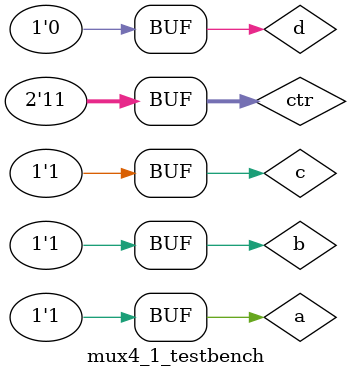
<source format=v>
`define DELAY 20
module mux4_1_testbench();

reg a, b, c, d;
reg [1:0] ctr;
wire res;

mux4_1 mux(res,ctr,a,b,c,d);

initial begin
a = 1'b0; b = 1'b1; c = 1'b1; d = 1'b1; ctr = 2'b00;
#`DELAY;
a = 1'b1; b = 1'b0; c = 1'b1; d = 1'b1; ctr = 2'b01;
#`DELAY;
a = 1'b1; b = 1'b1; c = 1'b0; d = 1'b1; ctr = 2'b10;
#`DELAY;
a = 1'b1; b = 1'b1; c = 1'b1; d = 1'b0; ctr = 2'b11;
end

initial begin
$monitor("time=%2d, a= %1b, b= %1b, c= %1b, d= %1b, ctr= %2b, res= %1b", $time, a, b, c, d, ctr, res);
end

endmodule
</source>
